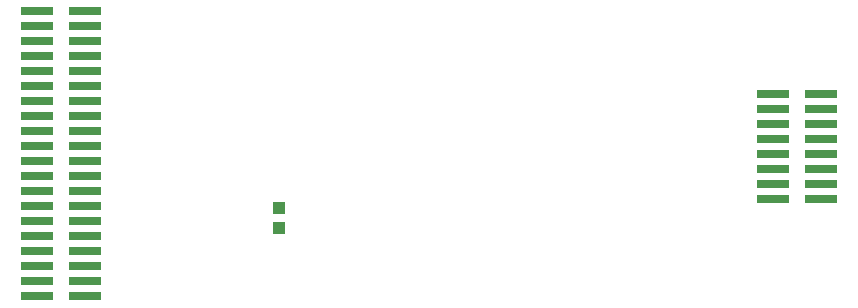
<source format=gbr>
G04 EAGLE Gerber RS-274X export*
G75*
%MOMM*%
%FSLAX34Y34*%
%LPD*%
%INSolderpaste Bottom*%
%IPPOS*%
%AMOC8*
5,1,8,0,0,1.08239X$1,22.5*%
G01*
%ADD10R,1.100000X1.000000*%
%ADD11R,2.790000X0.740000*%


D10*
X399597Y218077D03*
X399597Y201077D03*
D11*
X817850Y226060D03*
X858550Y226060D03*
X817850Y238760D03*
X858550Y238760D03*
X817850Y251460D03*
X858550Y251460D03*
X817850Y264160D03*
X858550Y264160D03*
X817850Y276860D03*
X858550Y276860D03*
X817850Y289560D03*
X858550Y289560D03*
X817850Y302260D03*
X858550Y302260D03*
X817850Y314960D03*
X858550Y314960D03*
X194280Y143510D03*
X234980Y143510D03*
X194280Y156210D03*
X234980Y156210D03*
X194280Y168910D03*
X234980Y168910D03*
X194280Y181610D03*
X234980Y181610D03*
X194280Y194310D03*
X234980Y194310D03*
X194280Y207010D03*
X234980Y207010D03*
X194280Y219710D03*
X234980Y219710D03*
X194280Y232410D03*
X234980Y232410D03*
X194280Y245110D03*
X234980Y245110D03*
X194280Y257810D03*
X234980Y257810D03*
X194280Y270510D03*
X234980Y270510D03*
X194280Y283210D03*
X234980Y283210D03*
X194280Y295910D03*
X234980Y295910D03*
X194280Y308610D03*
X234980Y308610D03*
X194280Y321310D03*
X234980Y321310D03*
X194280Y334010D03*
X234980Y334010D03*
X194280Y346710D03*
X234980Y346710D03*
X194280Y359410D03*
X234980Y359410D03*
X194280Y372110D03*
X234980Y372110D03*
X194280Y384810D03*
X234980Y384810D03*
M02*

</source>
